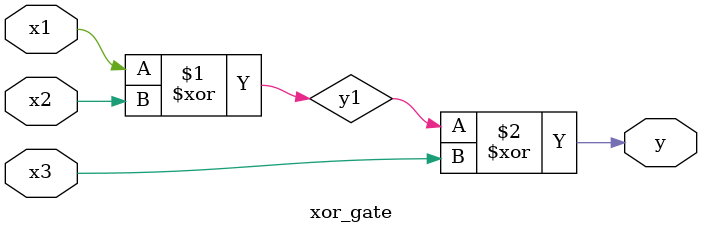
<source format=v>
`timescale 1ns / 1ps
module xor_gate(
    input x1,
    input x2,
    input x3,
    output y
    );
wire y1;

assign y1 = x1^x2;
assign y = y1^x3;

endmodule

</source>
